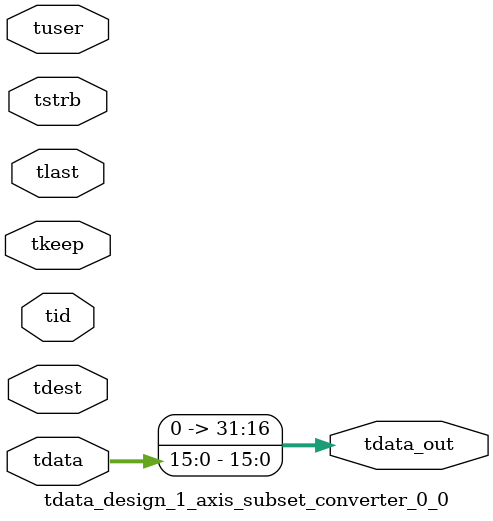
<source format=v>


`timescale 1ps/1ps

module tdata_design_1_axis_subset_converter_0_0 #
(
parameter C_S_AXIS_TDATA_WIDTH = 32,
parameter C_S_AXIS_TUSER_WIDTH = 0,
parameter C_S_AXIS_TID_WIDTH   = 0,
parameter C_S_AXIS_TDEST_WIDTH = 0,
parameter C_M_AXIS_TDATA_WIDTH = 32
)
(
input  [(C_S_AXIS_TDATA_WIDTH == 0 ? 1 : C_S_AXIS_TDATA_WIDTH)-1:0     ] tdata,
input  [(C_S_AXIS_TUSER_WIDTH == 0 ? 1 : C_S_AXIS_TUSER_WIDTH)-1:0     ] tuser,
input  [(C_S_AXIS_TID_WIDTH   == 0 ? 1 : C_S_AXIS_TID_WIDTH)-1:0       ] tid,
input  [(C_S_AXIS_TDEST_WIDTH == 0 ? 1 : C_S_AXIS_TDEST_WIDTH)-1:0     ] tdest,
input  [(C_S_AXIS_TDATA_WIDTH/8)-1:0 ] tkeep,
input  [(C_S_AXIS_TDATA_WIDTH/8)-1:0 ] tstrb,
input                                                                    tlast,
output [C_M_AXIS_TDATA_WIDTH-1:0] tdata_out
);

assign tdata_out = {tdata[15:0]};

endmodule


</source>
